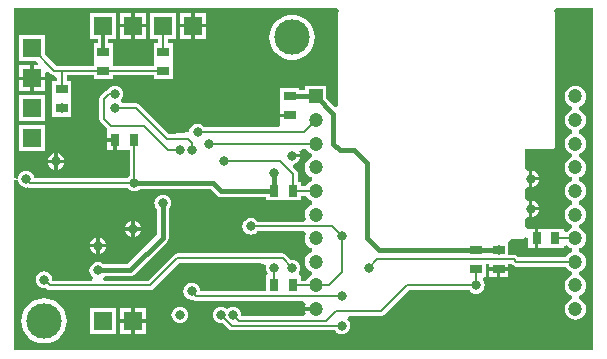
<source format=gbl>
%FSLAX44Y44*%
%MOMM*%
G71*
G01*
G75*
G04 Layer_Physical_Order=2*
G04 Layer_Color=16711680*
%ADD10R,2.0320X2.0320*%
%ADD11R,1.0000X0.8000*%
%ADD12R,0.8000X1.0000*%
%ADD13R,1.2700X1.2700*%
%ADD14R,1.0000X0.7000*%
%ADD15R,1.8000X0.4000*%
%ADD16C,0.2000*%
%ADD17C,0.4000*%
%ADD18C,0.3000*%
%ADD19C,1.2000*%
%ADD20R,1.2000X1.2000*%
%ADD21C,3.0000*%
%ADD22R,1.6000X1.6000*%
%ADD23C,0.8000*%
G36*
X279837Y292323D02*
X279174Y291331D01*
X278941Y290160D01*
Y212188D01*
X276170Y211040D01*
X269000Y218210D01*
Y229000D01*
X251000D01*
Y225098D01*
X246000D01*
Y227000D01*
X230000D01*
Y213121D01*
X230000Y213121D01*
X230000D01*
X230000Y213000D01*
Y212000D01*
Y211000D01*
X230000Y210879D01*
X230000Y210879D01*
X230000D01*
Y205500D01*
X238000D01*
Y202500D01*
X230000D01*
Y197000D01*
X230000D01*
Y196200D01*
X227879Y194078D01*
X165694D01*
X164993Y194992D01*
X163530Y196115D01*
X161827Y196820D01*
X160000Y197060D01*
X158173Y196820D01*
X156470Y196115D01*
X155008Y194992D01*
X153885Y193530D01*
X153180Y191827D01*
X152940Y190000D01*
X138344Y188078D01*
X135689D01*
X110884Y212884D01*
X109561Y213768D01*
X109302Y213819D01*
X108000Y214078D01*
X108000Y214078D01*
X95842D01*
X94992Y216580D01*
Y217008D01*
X96115Y218470D01*
X96820Y220173D01*
X97060Y222000D01*
X96820Y223827D01*
X96115Y225530D01*
X94992Y226992D01*
X93530Y228114D01*
X91827Y228820D01*
X90000Y229060D01*
X88173Y228820D01*
X86470Y228114D01*
X85008Y226992D01*
X84181Y225916D01*
X83439Y225768D01*
X82116Y224884D01*
X82116Y224884D01*
X78116Y220884D01*
X77232Y219561D01*
X77181Y219302D01*
X76922Y218000D01*
X76922Y218000D01*
Y201000D01*
X76922Y201000D01*
X77181Y199698D01*
X77232Y199439D01*
X78116Y198116D01*
X78116Y198116D01*
X78116Y198116D01*
X83000Y193232D01*
X83000Y191000D01*
X83000D01*
Y184500D01*
X90000D01*
Y183000D01*
X91500D01*
Y175000D01*
X97000D01*
Y175000D01*
X97000D01*
X97000Y175000D01*
X99000D01*
Y175000D01*
X102422D01*
Y152394D01*
X101508Y151692D01*
X100806Y150778D01*
X21958D01*
X21820Y151827D01*
X21114Y153530D01*
X19992Y154993D01*
X18530Y156115D01*
X16827Y156820D01*
X15000Y157060D01*
X13173Y156820D01*
X11470Y156115D01*
X10007Y154993D01*
X8885Y153530D01*
X8180Y151827D01*
X7994Y150410D01*
X5000Y150606D01*
Y295000D01*
X278048D01*
X279837Y292323D01*
D02*
G37*
G36*
X495000Y5000D02*
X5000D01*
Y149394D01*
X7994Y149590D01*
X8180Y148173D01*
X8885Y146470D01*
X10007Y145008D01*
X11470Y143885D01*
X13173Y143180D01*
X15000Y142940D01*
X16444Y143130D01*
X16739Y142932D01*
X16998Y142880D01*
X18300Y142622D01*
X18300Y142622D01*
X100806D01*
X101508Y141707D01*
X102970Y140585D01*
X104673Y139880D01*
X106500Y139640D01*
X108327Y139880D01*
X110030Y140585D01*
X111355Y141602D01*
X171188D01*
X176395Y136395D01*
X178049Y135290D01*
X178373Y135226D01*
X180000Y134902D01*
X218000D01*
Y132000D01*
X232000D01*
Y132000D01*
X232000D01*
X232000Y132000D01*
X234000D01*
Y132000D01*
X248000D01*
Y135922D01*
X251948D01*
X252139Y135461D01*
X253581Y133581D01*
X255461Y132139D01*
X257003Y131500D01*
Y128500D01*
X255461Y127861D01*
X253581Y126419D01*
X252139Y124539D01*
X251232Y122350D01*
X250922Y120000D01*
X251232Y117650D01*
X251678Y116573D01*
X250011Y114078D01*
X210694D01*
X209992Y114993D01*
X208530Y116115D01*
X206827Y116820D01*
X205000Y117060D01*
X203173Y116820D01*
X201470Y116115D01*
X200008Y114993D01*
X198885Y113530D01*
X198180Y111827D01*
X197940Y110000D01*
X198180Y108173D01*
X198885Y106470D01*
X200008Y105008D01*
X201470Y103885D01*
X203173Y103180D01*
X205000Y102940D01*
X206827Y103180D01*
X208530Y103885D01*
X209992Y105008D01*
X210694Y105922D01*
X250011D01*
X251678Y103427D01*
X251232Y102350D01*
X250922Y100000D01*
X251232Y97650D01*
X252139Y95461D01*
X253581Y93581D01*
X255461Y92139D01*
X257003Y91500D01*
Y88500D01*
X255461Y87861D01*
X253581Y86419D01*
X252139Y84539D01*
X251232Y82350D01*
X250922Y80000D01*
X251232Y77650D01*
X252139Y75461D01*
X253581Y73581D01*
X255461Y72139D01*
X257003Y71500D01*
Y68500D01*
X255461Y67861D01*
X253581Y66419D01*
X252139Y64539D01*
X251948Y64078D01*
X248000D01*
Y68000D01*
X246843D01*
X245517Y70691D01*
X246115Y71470D01*
X246820Y73173D01*
X247060Y75000D01*
X246820Y76827D01*
X246115Y78530D01*
X244992Y79992D01*
X243530Y81115D01*
X241827Y81820D01*
X240000Y82060D01*
X238858Y81910D01*
X234884Y85884D01*
X233561Y86768D01*
X233302Y86819D01*
X232000Y87078D01*
X232000Y87078D01*
X143000D01*
X141439Y86768D01*
X140116Y85884D01*
X140116Y85884D01*
X118311Y64078D01*
X80429D01*
X80061Y65163D01*
X81809Y67602D01*
X102700D01*
X104651Y67990D01*
X106305Y69095D01*
X106305Y69095D01*
X106305Y69095D01*
X134105Y96895D01*
X135210Y98549D01*
X135274Y98873D01*
X135598Y100500D01*
Y124845D01*
X136615Y126170D01*
X137320Y127873D01*
X137561Y129700D01*
X137320Y131527D01*
X136615Y133230D01*
X135492Y134692D01*
X134030Y135814D01*
X132327Y136520D01*
X130500Y136760D01*
X128673Y136520D01*
X126970Y135814D01*
X125508Y134692D01*
X124386Y133230D01*
X123680Y131527D01*
X123440Y129700D01*
X123680Y127873D01*
X124386Y126170D01*
X125402Y124845D01*
Y102612D01*
X100588Y77798D01*
X80355D01*
X79030Y78814D01*
X77327Y79520D01*
X75500Y79760D01*
X73673Y79520D01*
X71970Y78814D01*
X70508Y77692D01*
X69386Y76230D01*
X68680Y74527D01*
X68440Y72700D01*
X68680Y70873D01*
X69386Y69170D01*
X70508Y67708D01*
X71535Y66919D01*
X70571Y64078D01*
X37869D01*
X37060Y65000D01*
X36820Y66827D01*
X36114Y68530D01*
X34992Y69992D01*
X33530Y71115D01*
X31827Y71820D01*
X30000Y72060D01*
X28173Y71820D01*
X26470Y71115D01*
X25008Y69992D01*
X23886Y68530D01*
X23180Y66827D01*
X22940Y65000D01*
X23180Y63173D01*
X23886Y61470D01*
X25008Y60008D01*
X26470Y58885D01*
X28173Y58180D01*
X30000Y57940D01*
X31142Y58090D01*
X32116Y57116D01*
X33439Y56232D01*
X33698Y56181D01*
X35000Y55922D01*
X35000Y55922D01*
X120000D01*
X120000Y55922D01*
X121302Y56181D01*
X121561Y56232D01*
X122884Y57116D01*
X122884Y57116D01*
X122884Y57116D01*
X144689Y78922D01*
X213124D01*
X217925Y76933D01*
X218159Y76666D01*
X217940Y75000D01*
X218180Y73173D01*
X218885Y71470D01*
X219483Y70691D01*
X218157Y68000D01*
X218000D01*
Y55078D01*
X162050D01*
X161820Y56827D01*
X161115Y58530D01*
X159992Y59992D01*
X158530Y61115D01*
X156827Y61820D01*
X155000Y62060D01*
X153173Y61820D01*
X151470Y61115D01*
X150007Y59992D01*
X148885Y58530D01*
X148180Y56827D01*
X147940Y55000D01*
X148180Y53173D01*
X148885Y51470D01*
X150007Y50008D01*
X151470Y48885D01*
X153173Y48180D01*
X155000Y47940D01*
X156153Y48091D01*
X157439Y47232D01*
X157698Y47181D01*
X159000Y46922D01*
X159000Y46922D01*
X249033D01*
X251891Y44729D01*
X252092Y44427D01*
X251232Y42350D01*
X251120Y41500D01*
X260000D01*
Y38500D01*
X251120D01*
X251232Y37650D01*
X251678Y36573D01*
X250011Y34078D01*
X197869D01*
X197060Y35000D01*
X196820Y36827D01*
X196115Y38530D01*
X194992Y39992D01*
X193530Y41115D01*
X191827Y41820D01*
X190000Y42060D01*
X188173Y41820D01*
X186470Y41115D01*
Y41115D01*
X186470Y41115D01*
D01*
X184992Y39992D01*
D01*
X183530Y41115D01*
X181827Y41820D01*
X180000Y42060D01*
X178173Y41820D01*
X176470Y41115D01*
X175007Y39992D01*
X173885Y38530D01*
X173180Y36827D01*
X172940Y35000D01*
X173180Y33173D01*
X173885Y31470D01*
X175007Y30008D01*
X176470Y28886D01*
X178173Y28180D01*
X180000Y27940D01*
X181142Y28090D01*
X186116Y23116D01*
X186116Y23116D01*
X187439Y22232D01*
X187698Y22181D01*
X189000Y21922D01*
X189000Y21922D01*
X276306D01*
X277008Y21008D01*
X278470Y19885D01*
X280173Y19180D01*
X282000Y18940D01*
X283827Y19180D01*
X285530Y19885D01*
X286992Y21008D01*
X288114Y22470D01*
X288820Y24173D01*
X289060Y26000D01*
X288820Y27827D01*
X288114Y29530D01*
X286992Y30992D01*
X286877Y31081D01*
X287841Y33922D01*
X315000D01*
X315000Y33922D01*
X316302Y34181D01*
X316561Y34232D01*
X317884Y35116D01*
X317884Y35116D01*
X317884Y35116D01*
X338689Y55922D01*
X390306D01*
X391007Y55008D01*
X392470Y53885D01*
X394173Y53180D01*
X396000Y52940D01*
X397827Y53180D01*
X399530Y53885D01*
X400992Y55008D01*
X402114Y56470D01*
X402820Y58173D01*
X403060Y60000D01*
X402820Y61827D01*
X402114Y63530D01*
X401517Y64309D01*
X402843Y67000D01*
X404000D01*
Y77922D01*
X407000D01*
Y75500D01*
X423000D01*
Y77922D01*
X426311D01*
X427116Y77116D01*
X427116Y77116D01*
X428439Y76232D01*
X430000Y75922D01*
X471948D01*
X472138Y75461D01*
X473581Y73581D01*
X475461Y72139D01*
X477003Y71500D01*
Y68500D01*
X475461Y67861D01*
X473581Y66419D01*
X472138Y64539D01*
X471232Y62350D01*
X470922Y60000D01*
X471232Y57650D01*
X472138Y55461D01*
X473581Y53581D01*
X475461Y52139D01*
X477003Y51500D01*
Y48500D01*
X475461Y47861D01*
X473581Y46419D01*
X472138Y44539D01*
X471232Y42350D01*
X470922Y40000D01*
X471232Y37650D01*
X472138Y35461D01*
X473581Y33581D01*
X475461Y32139D01*
X477650Y31232D01*
X480000Y30922D01*
X482350Y31232D01*
X484539Y32139D01*
X486419Y33581D01*
X487861Y35461D01*
X488768Y37650D01*
X489078Y40000D01*
X488768Y42350D01*
X487861Y44539D01*
X486419Y46419D01*
X484539Y47861D01*
X482997Y48500D01*
Y51500D01*
X484539Y52139D01*
X486419Y53581D01*
X487861Y55461D01*
X488768Y57650D01*
X489078Y60000D01*
X488768Y62350D01*
X487861Y64539D01*
X486419Y66419D01*
X484539Y67861D01*
X482997Y68500D01*
Y71500D01*
X484539Y72139D01*
X486419Y73581D01*
X487861Y75461D01*
X488768Y77650D01*
X489078Y80000D01*
X488768Y82350D01*
X487861Y84539D01*
X486419Y86419D01*
X484539Y87861D01*
X482997Y88500D01*
Y91500D01*
X484539Y92139D01*
X486419Y93581D01*
X487861Y95461D01*
X488768Y97650D01*
X489078Y100000D01*
X488768Y102350D01*
X487861Y104539D01*
X486419Y106419D01*
X484539Y107861D01*
X482997Y108500D01*
Y111500D01*
X484539Y112139D01*
X486419Y113581D01*
X487861Y115461D01*
X488768Y117650D01*
X489078Y120000D01*
X488768Y122350D01*
X487861Y124539D01*
X486419Y126419D01*
X484539Y127861D01*
X482997Y128500D01*
Y131500D01*
X484539Y132139D01*
X486419Y133581D01*
X487861Y135461D01*
X488768Y137650D01*
X489078Y140000D01*
X488768Y142350D01*
X487861Y144539D01*
X486419Y146419D01*
X484539Y147861D01*
X482997Y148500D01*
Y151500D01*
X484539Y152139D01*
X486419Y153581D01*
X487861Y155461D01*
X488768Y157650D01*
X489078Y160000D01*
X488768Y162349D01*
X487861Y164539D01*
X486419Y166419D01*
X484539Y167861D01*
X482997Y168500D01*
Y171500D01*
X484539Y172139D01*
X486419Y173581D01*
X487861Y175461D01*
X488768Y177651D01*
X489078Y180000D01*
X488768Y182349D01*
X487861Y184539D01*
X486419Y186419D01*
X484539Y187861D01*
X482997Y188500D01*
Y191500D01*
X484539Y192139D01*
X486419Y193581D01*
X487861Y195461D01*
X488768Y197651D01*
X489078Y200000D01*
X488768Y202349D01*
X487861Y204539D01*
X486419Y206419D01*
X484539Y207861D01*
X482997Y208500D01*
Y211500D01*
X484539Y212139D01*
X486419Y213581D01*
X487861Y215461D01*
X488768Y217651D01*
X489078Y220000D01*
X488768Y222349D01*
X487861Y224539D01*
X486419Y226419D01*
X484539Y227861D01*
X482350Y228768D01*
X480000Y229078D01*
X477650Y228768D01*
X475461Y227861D01*
X473581Y226419D01*
X472138Y224539D01*
X471232Y222349D01*
X470922Y220000D01*
X471232Y217651D01*
X472138Y215461D01*
X473581Y213581D01*
X475461Y212139D01*
X477003Y211500D01*
Y208500D01*
X475461Y207861D01*
X473581Y206419D01*
X472138Y204539D01*
X471232Y202349D01*
X470922Y200000D01*
X471232Y197651D01*
X472138Y195461D01*
X473581Y193581D01*
X475461Y192139D01*
X477003Y191500D01*
Y188500D01*
X475461Y187861D01*
X473581Y186419D01*
X472138Y184539D01*
X471232Y182349D01*
X470922Y180000D01*
X471232Y177651D01*
X472138Y175461D01*
X473581Y173581D01*
X475461Y172139D01*
X477003Y171500D01*
Y168500D01*
X475461Y167861D01*
X473581Y166419D01*
X472138Y164539D01*
X471232Y162349D01*
X470922Y160000D01*
X471232Y157650D01*
X472138Y155461D01*
X473581Y153581D01*
X475461Y152139D01*
X477003Y151500D01*
Y148500D01*
X475461Y147861D01*
X473581Y146419D01*
X472138Y144539D01*
X471232Y142350D01*
X470922Y140000D01*
X471232Y137650D01*
X472138Y135461D01*
X473581Y133581D01*
X475461Y132139D01*
X477003Y131500D01*
Y128500D01*
X475461Y127861D01*
X473581Y126419D01*
X472138Y124539D01*
X471232Y122350D01*
X470922Y120000D01*
X471232Y117650D01*
X472138Y115461D01*
X473581Y113581D01*
X475461Y112139D01*
X477003Y111500D01*
Y108500D01*
X475461Y107861D01*
X473581Y106419D01*
X472841Y105454D01*
X470000Y106418D01*
Y108000D01*
X456121D01*
X456121Y108000D01*
Y108000D01*
X456000Y108000D01*
X455000D01*
X454000D01*
X453879Y108000D01*
X453879Y108000D01*
Y108000D01*
X448500D01*
Y100000D01*
Y92000D01*
X453879D01*
X453879Y92000D01*
Y92000D01*
X454000Y92000D01*
X455000D01*
X456000D01*
X456121Y92000D01*
X456121Y92000D01*
Y92000D01*
X470000D01*
Y93582D01*
X472841Y94546D01*
X473581Y93581D01*
X475461Y92139D01*
X477003Y91500D01*
Y88500D01*
X475461Y87861D01*
X473581Y86419D01*
X472138Y84539D01*
X471948Y84078D01*
X431689D01*
X430884Y84884D01*
X429561Y85768D01*
X429302Y85819D01*
X428000Y86078D01*
X428000Y86078D01*
X423000D01*
Y97000D01*
X423000D01*
Y97020D01*
X425121Y99141D01*
X434400D01*
X435570Y99374D01*
X436563Y100037D01*
X437129Y100885D01*
X440000Y100014D01*
Y92000D01*
X445500D01*
Y100000D01*
Y108000D01*
X440000D01*
Y108000D01*
X439580D01*
X437459Y110121D01*
Y116604D01*
X439953Y118271D01*
X440173Y118180D01*
X440500Y118137D01*
Y125000D01*
Y131863D01*
X440173Y131820D01*
X439953Y131729D01*
X437459Y133396D01*
Y142004D01*
X439953Y143671D01*
X440173Y143580D01*
X440500Y143537D01*
Y150400D01*
Y157263D01*
X440173Y157220D01*
X439953Y157129D01*
X437459Y158796D01*
Y175341D01*
X459800D01*
X460970Y175574D01*
X461963Y176237D01*
X462626Y177229D01*
X462859Y178400D01*
Y290160D01*
X462626Y291331D01*
X461963Y292323D01*
X463752Y295000D01*
X495000D01*
Y5000D01*
D02*
G37*
G36*
X252139Y175461D02*
X253581Y173581D01*
X255461Y172139D01*
X257003Y171500D01*
Y168500D01*
X255461Y167861D01*
X253581Y166419D01*
X252139Y164539D01*
X251232Y162349D01*
X250922Y160000D01*
X251232Y157650D01*
X252139Y155461D01*
X253581Y153581D01*
X255461Y152139D01*
X257003Y151500D01*
Y148500D01*
X255461Y147861D01*
X253581Y146419D01*
X252139Y144539D01*
X251948Y144078D01*
X248000D01*
Y148000D01*
X245078D01*
Y154000D01*
X245078Y154000D01*
X244819Y155302D01*
X244768Y155561D01*
X243884Y156884D01*
X240479Y160289D01*
X241443Y163130D01*
X241827Y163180D01*
X243530Y163885D01*
X244992Y165007D01*
X246115Y166470D01*
X246820Y168173D01*
X246863Y168500D01*
X240000D01*
Y171500D01*
X246863D01*
X246820Y171827D01*
X246157Y173427D01*
X246343Y173706D01*
X249231Y175922D01*
X251948D01*
X252139Y175461D01*
D02*
G37*
%LPC*%
G36*
X112363Y106200D02*
X107000D01*
Y100837D01*
X107327Y100880D01*
X109030Y101586D01*
X110492Y102708D01*
X111615Y104170D01*
X112320Y105873D01*
X112363Y106200D01*
D02*
G37*
G36*
X77000Y100563D02*
Y95200D01*
X82363D01*
X82320Y95527D01*
X81615Y97230D01*
X80492Y98692D01*
X79030Y99814D01*
X77327Y100520D01*
X77000Y100563D01*
D02*
G37*
G36*
X104000Y106200D02*
X98637D01*
X98680Y105873D01*
X99386Y104170D01*
X100508Y102708D01*
X101970Y101586D01*
X103673Y100880D01*
X104000Y100837D01*
Y106200D01*
D02*
G37*
G36*
Y114563D02*
X103673Y114520D01*
X101970Y113814D01*
X100508Y112692D01*
X99386Y111230D01*
X98680Y109527D01*
X98637Y109200D01*
X104000D01*
Y114563D01*
D02*
G37*
G36*
X443500Y131863D02*
Y126500D01*
X448863D01*
X448820Y126827D01*
X448115Y128530D01*
X446992Y129993D01*
X445530Y131115D01*
X443827Y131820D01*
X443500Y131863D01*
D02*
G37*
G36*
X448863Y148900D02*
X443500D01*
Y143537D01*
X443827Y143580D01*
X445530Y144285D01*
X446992Y145408D01*
X448115Y146870D01*
X448820Y148573D01*
X448863Y148900D01*
D02*
G37*
G36*
X107000Y114563D02*
Y109200D01*
X112363D01*
X112320Y109527D01*
X111615Y111230D01*
X110492Y112692D01*
X109030Y113814D01*
X107327Y114520D01*
X107000Y114563D01*
D02*
G37*
G36*
X448863Y123500D02*
X443500D01*
Y118137D01*
X443827Y118180D01*
X445530Y118885D01*
X446992Y120008D01*
X448115Y121470D01*
X448820Y123173D01*
X448863Y123500D01*
D02*
G37*
G36*
X74000Y100563D02*
X73673Y100520D01*
X71970Y99814D01*
X70508Y98692D01*
X69386Y97230D01*
X68680Y95527D01*
X68637Y95200D01*
X74000D01*
Y100563D01*
D02*
G37*
G36*
X116400Y28500D02*
X106900D01*
Y19000D01*
X116400D01*
Y28500D01*
D02*
G37*
G36*
X145000Y42060D02*
X143173Y41820D01*
X141470Y41115D01*
X140007Y39992D01*
X138885Y38530D01*
X138180Y36827D01*
X137940Y35000D01*
X138180Y33173D01*
X138885Y31470D01*
X140007Y30008D01*
X141470Y28886D01*
X143173Y28180D01*
X145000Y27940D01*
X146827Y28180D01*
X148530Y28886D01*
X149992Y30008D01*
X151115Y31470D01*
X151820Y33173D01*
X152060Y35000D01*
X151820Y36827D01*
X151115Y38530D01*
X149992Y39992D01*
X148530Y41115D01*
X146827Y41820D01*
X145000Y42060D01*
D02*
G37*
G36*
X103900Y28500D02*
X94400D01*
Y19000D01*
X103900D01*
Y28500D01*
D02*
G37*
G36*
X30000Y49092D02*
X26275Y48725D01*
X22694Y47639D01*
X19393Y45874D01*
X16500Y43500D01*
X14126Y40607D01*
X12361Y37306D01*
X11275Y33725D01*
X10908Y30000D01*
X11275Y26275D01*
X12361Y22694D01*
X14126Y19393D01*
X16500Y16500D01*
X19393Y14126D01*
X22694Y12361D01*
X26275Y11275D01*
X30000Y10908D01*
X33725Y11275D01*
X37306Y12361D01*
X40607Y14126D01*
X43500Y16500D01*
X45874Y19393D01*
X47639Y22694D01*
X48725Y26275D01*
X49092Y30000D01*
X48725Y33725D01*
X47639Y37306D01*
X45874Y40607D01*
X43500Y43500D01*
X40607Y45874D01*
X37306Y47639D01*
X33725Y48725D01*
X30000Y49092D01*
D02*
G37*
G36*
X91000Y41000D02*
X69000D01*
Y19000D01*
X91000D01*
Y41000D01*
D02*
G37*
G36*
X103900D02*
X94400D01*
Y31500D01*
X103900D01*
Y41000D01*
D02*
G37*
G36*
X74000Y92200D02*
X68637D01*
X68680Y91873D01*
X69386Y90170D01*
X70508Y88708D01*
X71970Y87585D01*
X73673Y86880D01*
X74000Y86837D01*
Y92200D01*
D02*
G37*
G36*
X82363D02*
X77000D01*
Y86837D01*
X77327Y86880D01*
X79030Y87585D01*
X80492Y88708D01*
X81615Y90170D01*
X82320Y91873D01*
X82363Y92200D01*
D02*
G37*
G36*
X423000Y72500D02*
X416500D01*
Y67000D01*
X423000D01*
Y72500D01*
D02*
G37*
G36*
X116400Y41000D02*
X106900D01*
Y31500D01*
X116400D01*
Y41000D01*
D02*
G37*
G36*
X413500Y72500D02*
X407000D01*
Y67000D01*
X413500D01*
Y72500D01*
D02*
G37*
G36*
X116400Y278500D02*
X106900D01*
Y269000D01*
X116400D01*
Y278500D01*
D02*
G37*
G36*
X154700D02*
X145200D01*
Y269000D01*
X154700D01*
Y278500D01*
D02*
G37*
G36*
X103900D02*
X94400D01*
Y269000D01*
X103900D01*
Y278500D01*
D02*
G37*
G36*
X141800Y291000D02*
X119800D01*
Y269000D01*
X126922D01*
Y265000D01*
X123000D01*
Y251121D01*
X123000Y251121D01*
X123000D01*
X123000Y251000D01*
Y250000D01*
Y249000D01*
X123000Y248879D01*
X123000Y248879D01*
X123000D01*
Y246078D01*
X88000D01*
Y248879D01*
X88000Y248879D01*
D01*
D01*
X88000Y249000D01*
Y249471D01*
Y250000D01*
Y250320D01*
Y251000D01*
X88000Y251088D01*
X88000Y251121D01*
X88000Y251121D01*
X88000D01*
Y265000D01*
X84588D01*
Y269000D01*
X91000D01*
Y291000D01*
X69000D01*
Y269000D01*
X75412D01*
Y265000D01*
X72000D01*
Y251121D01*
X72000Y251121D01*
X72000D01*
X72000Y251000D01*
Y250000D01*
Y249000D01*
X72000Y248879D01*
X72000Y248879D01*
X72000D01*
Y246078D01*
X40489D01*
X31000Y255568D01*
Y271800D01*
X9000D01*
Y249800D01*
X23421D01*
X25088Y247306D01*
X24713Y246400D01*
X21500D01*
Y236900D01*
X31000D01*
Y240113D01*
X33772Y241261D01*
X35916Y239116D01*
X37239Y238232D01*
X37498Y238181D01*
X38800Y237922D01*
X38800Y237922D01*
X38800Y237922D01*
X38800D01*
X40922Y235800D01*
Y233000D01*
X37000D01*
Y219121D01*
X37000Y219121D01*
X37000D01*
X37000Y219000D01*
Y218000D01*
Y217000D01*
X37000Y216879D01*
X37000Y216879D01*
X37000D01*
Y203000D01*
X44541D01*
X45000Y202940D01*
X45459Y203000D01*
X53000D01*
Y216879D01*
X53000Y216879D01*
D01*
D01*
X53000Y217000D01*
Y217471D01*
Y218000D01*
Y218320D01*
Y219000D01*
X53000Y219088D01*
X53000Y219121D01*
X53000Y219121D01*
X53000D01*
Y233000D01*
X49078D01*
Y237922D01*
X72000D01*
Y235000D01*
X88000D01*
Y237922D01*
X123000D01*
Y235000D01*
X139000D01*
Y248879D01*
X139000Y248879D01*
D01*
D01*
X139000Y249000D01*
Y249471D01*
Y250000D01*
Y250320D01*
Y251000D01*
X139000Y251088D01*
X139000Y251121D01*
X139000Y251121D01*
X139000D01*
Y265000D01*
X135078D01*
Y269000D01*
X141800D01*
Y291000D01*
D02*
G37*
G36*
X240000Y289092D02*
X236275Y288725D01*
X232694Y287639D01*
X229393Y285874D01*
X226500Y283500D01*
X224126Y280607D01*
X222361Y277306D01*
X221275Y273725D01*
X220908Y270000D01*
X221275Y266275D01*
X222361Y262694D01*
X224126Y259393D01*
X226500Y256500D01*
X229393Y254126D01*
X232694Y252361D01*
X236275Y251275D01*
X240000Y250908D01*
X243725Y251275D01*
X247306Y252361D01*
X250607Y254126D01*
X253500Y256500D01*
X255874Y259393D01*
X257639Y262694D01*
X258725Y266275D01*
X259092Y270000D01*
X258725Y273725D01*
X257639Y277306D01*
X255874Y280607D01*
X253500Y283500D01*
X250607Y285874D01*
X247306Y287639D01*
X243725Y288725D01*
X240000Y289092D01*
D02*
G37*
G36*
X154700Y291000D02*
X145200D01*
Y281500D01*
X154700D01*
Y291000D01*
D02*
G37*
G36*
X167200D02*
X157700D01*
Y281500D01*
X167200D01*
Y291000D01*
D02*
G37*
G36*
X116400D02*
X106900D01*
Y281500D01*
X116400D01*
Y291000D01*
D02*
G37*
G36*
X167200Y278500D02*
X157700D01*
Y269000D01*
X167200D01*
Y278500D01*
D02*
G37*
G36*
X103900Y291000D02*
X94400D01*
Y281500D01*
X103900D01*
Y291000D01*
D02*
G37*
G36*
X18500Y246400D02*
X9000D01*
Y236900D01*
X18500D01*
Y246400D01*
D02*
G37*
G36*
X38500Y171863D02*
X38173Y171820D01*
X36470Y171115D01*
X35008Y169992D01*
X33886Y168530D01*
X33180Y166827D01*
X33137Y166500D01*
X38500D01*
Y171863D01*
D02*
G37*
G36*
X41500D02*
Y166500D01*
X46863D01*
X46820Y166827D01*
X46115Y168530D01*
X44992Y169992D01*
X43530Y171115D01*
X41827Y171820D01*
X41500Y171863D01*
D02*
G37*
G36*
X46863Y163500D02*
X41500D01*
Y158137D01*
X41827Y158180D01*
X43530Y158885D01*
X44992Y160008D01*
X46115Y161470D01*
X46820Y163173D01*
X46863Y163500D01*
D02*
G37*
G36*
X443500Y157263D02*
Y151900D01*
X448863D01*
X448820Y152227D01*
X448115Y153930D01*
X446992Y155393D01*
X445530Y156515D01*
X443827Y157220D01*
X443500Y157263D01*
D02*
G37*
G36*
X38500Y163500D02*
X33137D01*
X33180Y163173D01*
X33886Y161470D01*
X35008Y160008D01*
X36470Y158885D01*
X38173Y158180D01*
X38500Y158137D01*
Y163500D01*
D02*
G37*
G36*
X18500Y233900D02*
X9000D01*
Y224400D01*
X18500D01*
Y233900D01*
D02*
G37*
G36*
X31000D02*
X21500D01*
Y224400D01*
X31000D01*
Y233900D01*
D02*
G37*
G36*
Y221000D02*
X9000D01*
Y199000D01*
X31000D01*
Y221000D01*
D02*
G37*
G36*
Y195600D02*
X9000D01*
Y173600D01*
X31000D01*
Y195600D01*
D02*
G37*
G36*
X88500Y181500D02*
X83000D01*
Y175000D01*
X88500D01*
Y181500D01*
D02*
G37*
%LPD*%
D11*
X80000Y242000D02*
D03*
Y258000D02*
D03*
X131000Y242000D02*
D03*
Y258000D02*
D03*
X45000Y226000D02*
D03*
Y210000D02*
D03*
X238000Y220000D02*
D03*
Y204000D02*
D03*
X396000Y90000D02*
D03*
Y74000D02*
D03*
X415000Y90000D02*
D03*
Y74000D02*
D03*
D12*
X106000Y183000D02*
D03*
X90000D02*
D03*
X225000Y140000D02*
D03*
X241000D02*
D03*
X225000Y60000D02*
D03*
X241000D02*
D03*
X463000Y100000D02*
D03*
X447000D02*
D03*
D16*
X396000Y60000D02*
Y74000D01*
X430000Y80000D02*
X480000D01*
X428000Y82000D02*
X430000Y80000D01*
X312000Y82000D02*
X428000D01*
X305000Y75000D02*
X312000Y82000D01*
X463000Y100000D02*
X480000D01*
X337000Y60000D02*
X396000D01*
X282000Y71000D02*
Y102200D01*
X271000Y60000D02*
X282000Y71000D01*
X260000Y60000D02*
X271000D01*
X241000D02*
X260000D01*
X241000Y60000D02*
X241000Y60000D01*
X241000Y140000D02*
X260000D01*
X35000Y60000D02*
X120000D01*
X30000Y65000D02*
X35000Y60000D01*
X131000Y258000D02*
Y279800D01*
X130800Y280000D02*
X131000Y279800D01*
X80000Y242000D02*
X131000D01*
X85000Y222000D02*
X90000D01*
X81000Y218000D02*
X85000Y222000D01*
X81000Y201000D02*
Y218000D01*
Y201000D02*
X87000Y195000D01*
X115000D01*
X135000Y175000D01*
X145000D01*
X90000Y210000D02*
X108000D01*
X155000Y175000D02*
Y181000D01*
X108000Y210000D02*
X134000Y184000D01*
X152000D01*
X155000Y181000D01*
X281600Y51000D02*
X282000Y51400D01*
X159000Y51000D02*
X281600D01*
X155000Y55000D02*
X159000Y51000D01*
X160000Y190000D02*
X250000D01*
X260000Y200000D01*
X170000Y180000D02*
X260000D01*
X189000Y26000D02*
X282000D01*
X180000Y35000D02*
X189000Y26000D01*
X106500Y146700D02*
Y182500D01*
X106000Y183000D02*
X106500Y182500D01*
X18300Y146700D02*
X106500D01*
X15000Y150000D02*
X18300Y146700D01*
X45000Y226000D02*
Y242000D01*
X80000D01*
X38800D02*
X45000D01*
X20000Y260800D02*
X38800Y242000D01*
X225000Y60000D02*
Y75000D01*
X225000Y75000D01*
X120000Y60000D02*
X143000Y83000D01*
X232000D01*
X240000Y75000D01*
X241000Y140000D02*
Y154000D01*
X230000Y165000D02*
X241000Y154000D01*
X182000Y165000D02*
X230000D01*
X315000Y38000D02*
X337000Y60000D01*
X277000Y38000D02*
X315000D01*
X269000Y30000D02*
X277000Y38000D01*
X195000Y30000D02*
X269000D01*
X190000Y35000D02*
X195000Y30000D01*
X274200Y110000D02*
X282000Y102200D01*
X205000Y110000D02*
X274200D01*
D17*
X313943Y90000D02*
X415000D01*
X303400Y100543D02*
X313943Y90000D01*
X238000Y220000D02*
X260000D01*
X303400Y100543D02*
Y163600D01*
X292600Y174400D02*
X303400Y163600D01*
X260000Y220000D02*
X275000Y205000D01*
Y179743D02*
X280343Y174400D01*
X275000Y179743D02*
Y205000D01*
X280343Y174400D02*
X292600D01*
X75500Y72700D02*
X102700D01*
X130500Y100500D01*
Y129700D01*
X180000Y140000D02*
X225000D01*
X173300Y146700D02*
X180000Y140000D01*
X106500Y146700D02*
X173300D01*
X225000Y140000D02*
Y155000D01*
D18*
X80000Y258000D02*
Y280000D01*
D19*
X480000Y220000D02*
D03*
Y200000D02*
D03*
Y180000D02*
D03*
Y160000D02*
D03*
Y140000D02*
D03*
Y120000D02*
D03*
Y100000D02*
D03*
Y80000D02*
D03*
Y60000D02*
D03*
Y40000D02*
D03*
X260000D02*
D03*
Y60000D02*
D03*
Y80000D02*
D03*
Y100000D02*
D03*
Y120000D02*
D03*
Y140000D02*
D03*
Y160000D02*
D03*
Y180000D02*
D03*
Y200000D02*
D03*
D20*
Y220000D02*
D03*
D21*
X240000Y270000D02*
D03*
X30000Y30000D02*
D03*
D22*
X80000D02*
D03*
X105400D02*
D03*
X80000Y280000D02*
D03*
X105400D02*
D03*
X156200D02*
D03*
X130800D02*
D03*
X20000Y260800D02*
D03*
Y235400D02*
D03*
Y210000D02*
D03*
Y184600D02*
D03*
D23*
X90000Y210000D02*
D03*
Y222000D02*
D03*
X105500Y107700D02*
D03*
X130500Y129700D02*
D03*
X75500Y72700D02*
D03*
Y93700D02*
D03*
X415000Y90000D02*
D03*
X45000Y210000D02*
D03*
X396000Y60000D02*
D03*
X442000Y125000D02*
D03*
Y150400D02*
D03*
X145000Y35000D02*
D03*
X305000Y75000D02*
D03*
X282000Y102200D02*
D03*
X240000Y170000D02*
D03*
X40000Y165000D02*
D03*
X30000Y65000D02*
D03*
X145000Y175000D02*
D03*
X155000D02*
D03*
X282000Y51400D02*
D03*
X155000Y55000D02*
D03*
X160000Y190000D02*
D03*
X170000Y180000D02*
D03*
X282000Y26000D02*
D03*
X180000Y35000D02*
D03*
X106500Y146700D02*
D03*
X15000Y150000D02*
D03*
X225000Y155000D02*
D03*
Y75000D02*
D03*
X240000D02*
D03*
X182000Y165000D02*
D03*
X190000Y35000D02*
D03*
X205000Y110000D02*
D03*
M02*

</source>
